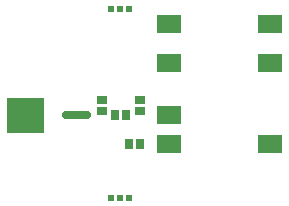
<source format=gbs>
G04*
G04 #@! TF.GenerationSoftware,Altium Limited,Altium Designer,19.1.5 (86)*
G04*
G04 Layer_Color=16711935*
%FSAX25Y25*%
%MOIN*%
G70*
G01*
G75*
%ADD11C,0.02375*%
%ADD18C,0.02756*%
%ADD21R,0.03044X0.03241*%
%ADD22R,0.03320X0.03162*%
%ADD23R,0.07887X0.05918*%
G36*
X0424331Y0309784D02*
X0424331Y0297972D01*
X0411929Y0297972D01*
X0411929Y0309783D01*
X0424331Y0309784D01*
D02*
G37*
D11*
X0446575Y0339508D02*
D03*
X0449528D02*
D03*
X0452480D02*
D03*
X0452480Y0276516D02*
D03*
X0449528D02*
D03*
X0446575D02*
D03*
D18*
X0431614Y0303878D02*
X0438504D01*
D21*
X0452598Y0294429D02*
D03*
X0456299D02*
D03*
X0448071Y0303878D02*
D03*
X0451772D02*
D03*
D22*
X0456220Y0309114D02*
D03*
Y0305335D02*
D03*
X0443622Y0309114D02*
D03*
Y0305335D02*
D03*
D23*
X0465866Y0294429D02*
D03*
Y0303878D02*
D03*
Y0321201D02*
D03*
Y0334193D02*
D03*
X0499724Y0294429D02*
D03*
Y0334193D02*
D03*
Y0321201D02*
D03*
M02*

</source>
